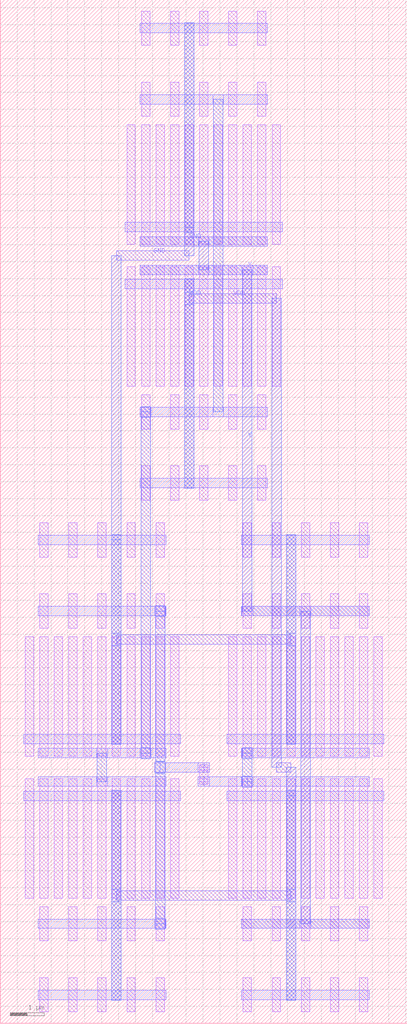
<source format=lef>
MACRO RINGOSC
  ORIGIN 0 0 ;
  FOREIGN RINGOSC 0 0 ;
  SIZE 12.04 BY 30.24 ;
  PIN GND
    DIRECTION INOUT ;
    USE SIGNAL ;
    PORT 
      LAYER M3 ;
        RECT 3.3 8.24 3.58 14.44 ;
      LAYER M3 ;
        RECT 8.46 8.24 8.74 14.44 ;
      LAYER M3 ;
        RECT 3.3 11.155 3.58 11.525 ;
      LAYER M2 ;
        RECT 3.44 11.2 8.6 11.48 ;
      LAYER M3 ;
        RECT 8.46 11.155 8.74 11.525 ;
      LAYER M3 ;
        RECT 5.45 23.36 5.73 29.56 ;
      LAYER M3 ;
        RECT 3.3 14.28 3.58 22.68 ;
      LAYER M2 ;
        RECT 3.44 22.54 5.59 22.82 ;
      LAYER M3 ;
        RECT 5.45 22.68 5.73 23.52 ;
    END
  END GND
  PIN VDD
    DIRECTION INOUT ;
    USE SIGNAL ;
    PORT 
      LAYER M3 ;
        RECT 3.3 0.68 3.58 6.88 ;
      LAYER M3 ;
        RECT 8.46 0.68 8.74 6.88 ;
      LAYER M3 ;
        RECT 3.3 3.595 3.58 3.965 ;
      LAYER M2 ;
        RECT 3.44 3.64 8.6 3.92 ;
      LAYER M3 ;
        RECT 8.46 3.595 8.74 3.965 ;
      LAYER M3 ;
        RECT 5.45 15.8 5.73 22 ;
      LAYER M3 ;
        RECT 8.46 6.72 8.74 7.56 ;
      LAYER M2 ;
        RECT 8.17 7.42 8.6 7.7 ;
      LAYER M3 ;
        RECT 8.03 7.56 8.31 21.42 ;
      LAYER M2 ;
        RECT 5.59 21.28 8.17 21.56 ;
      LAYER M3 ;
        RECT 5.45 21.235 5.73 21.605 ;
    END
  END VDD
  PIN Y
    DIRECTION INOUT ;
    USE SIGNAL ;
    PORT 
      LAYER M2 ;
        RECT 7.14 2.8 10.92 3.08 ;
      LAYER M2 ;
        RECT 7.14 12.04 10.92 12.32 ;
      LAYER M2 ;
        RECT 8.87 2.8 9.19 3.08 ;
      LAYER M3 ;
        RECT 8.89 2.94 9.17 12.18 ;
      LAYER M2 ;
        RECT 8.87 12.04 9.19 12.32 ;
      LAYER M2 ;
        RECT 4.13 22.12 7.91 22.4 ;
      LAYER M2 ;
        RECT 4.13 22.96 7.91 23.24 ;
      LAYER M2 ;
        RECT 5.86 22.12 6.18 22.4 ;
      LAYER M3 ;
        RECT 5.88 22.26 6.16 23.1 ;
      LAYER M2 ;
        RECT 5.86 22.96 6.18 23.24 ;
      LAYER M2 ;
        RECT 7.15 12.04 7.47 12.32 ;
      LAYER M3 ;
        RECT 7.17 12.18 7.45 22.26 ;
      LAYER M2 ;
        RECT 7.15 22.12 7.47 22.4 ;
    END
  END Y
  OBS 
  LAYER M2 ;
        RECT 1.12 7 4.9 7.28 ;
  LAYER M2 ;
        RECT 1.12 7.84 4.9 8.12 ;
  LAYER M2 ;
        RECT 2.85 7 3.17 7.28 ;
  LAYER M3 ;
        RECT 2.87 7.14 3.15 7.98 ;
  LAYER M2 ;
        RECT 2.85 7.84 3.17 8.12 ;
  LAYER M2 ;
        RECT 4.13 17.92 7.91 18.2 ;
  LAYER M2 ;
        RECT 4.13 27.16 7.91 27.44 ;
  LAYER M2 ;
        RECT 6.29 17.92 6.61 18.2 ;
  LAYER M3 ;
        RECT 6.31 18.06 6.59 27.3 ;
  LAYER M2 ;
        RECT 6.29 27.16 6.61 27.44 ;
  LAYER M2 ;
        RECT 4.14 7.84 4.46 8.12 ;
  LAYER M3 ;
        RECT 4.16 7.98 4.44 18.06 ;
  LAYER M2 ;
        RECT 4.14 17.92 4.46 18.2 ;
  LAYER M2 ;
        RECT 4.14 7.84 4.46 8.12 ;
  LAYER M3 ;
        RECT 4.16 7.82 4.44 8.14 ;
  LAYER M2 ;
        RECT 4.14 17.92 4.46 18.2 ;
  LAYER M3 ;
        RECT 4.16 17.9 4.44 18.22 ;
  LAYER M2 ;
        RECT 4.14 7.84 4.46 8.12 ;
  LAYER M3 ;
        RECT 4.16 7.82 4.44 8.14 ;
  LAYER M2 ;
        RECT 4.14 17.92 4.46 18.2 ;
  LAYER M3 ;
        RECT 4.16 17.9 4.44 18.22 ;
  LAYER M2 ;
        RECT 1.12 2.8 4.9 3.08 ;
  LAYER M2 ;
        RECT 1.12 12.04 4.9 12.32 ;
  LAYER M2 ;
        RECT 7.14 7 10.92 7.28 ;
  LAYER M2 ;
        RECT 7.14 7.84 10.92 8.12 ;
  LAYER M2 ;
        RECT 4.57 2.8 4.89 3.08 ;
  LAYER M3 ;
        RECT 4.59 2.94 4.87 12.18 ;
  LAYER M2 ;
        RECT 4.57 12.04 4.89 12.32 ;
  LAYER M3 ;
        RECT 4.59 7.375 4.87 7.745 ;
  LAYER M2 ;
        RECT 4.73 7.42 6.02 7.7 ;
  LAYER M1 ;
        RECT 5.895 7.14 6.145 7.56 ;
  LAYER M2 ;
        RECT 6.02 7 7.31 7.28 ;
  LAYER M2 ;
        RECT 7.15 7 7.47 7.28 ;
  LAYER M3 ;
        RECT 7.17 7.14 7.45 7.98 ;
  LAYER M2 ;
        RECT 7.15 7.84 7.47 8.12 ;
  LAYER M2 ;
        RECT 4.57 2.8 4.89 3.08 ;
  LAYER M3 ;
        RECT 4.59 2.78 4.87 3.1 ;
  LAYER M2 ;
        RECT 4.57 12.04 4.89 12.32 ;
  LAYER M3 ;
        RECT 4.59 12.02 4.87 12.34 ;
  LAYER M2 ;
        RECT 4.57 2.8 4.89 3.08 ;
  LAYER M3 ;
        RECT 4.59 2.78 4.87 3.1 ;
  LAYER M2 ;
        RECT 4.57 12.04 4.89 12.32 ;
  LAYER M3 ;
        RECT 4.59 12.02 4.87 12.34 ;
  LAYER M1 ;
        RECT 5.895 7.055 6.145 7.225 ;
  LAYER M2 ;
        RECT 5.85 7 6.19 7.28 ;
  LAYER M1 ;
        RECT 5.895 7.475 6.145 7.645 ;
  LAYER M2 ;
        RECT 5.85 7.42 6.19 7.7 ;
  LAYER M2 ;
        RECT 4.57 2.8 4.89 3.08 ;
  LAYER M3 ;
        RECT 4.59 2.78 4.87 3.1 ;
  LAYER M2 ;
        RECT 4.57 7.42 4.89 7.7 ;
  LAYER M3 ;
        RECT 4.59 7.4 4.87 7.72 ;
  LAYER M2 ;
        RECT 4.57 12.04 4.89 12.32 ;
  LAYER M3 ;
        RECT 4.59 12.02 4.87 12.34 ;
  LAYER M1 ;
        RECT 5.895 7.055 6.145 7.225 ;
  LAYER M2 ;
        RECT 5.85 7 6.19 7.28 ;
  LAYER M1 ;
        RECT 5.895 7.475 6.145 7.645 ;
  LAYER M2 ;
        RECT 5.85 7.42 6.19 7.7 ;
  LAYER M2 ;
        RECT 4.57 2.8 4.89 3.08 ;
  LAYER M3 ;
        RECT 4.59 2.78 4.87 3.1 ;
  LAYER M2 ;
        RECT 4.57 7.42 4.89 7.7 ;
  LAYER M3 ;
        RECT 4.59 7.4 4.87 7.72 ;
  LAYER M2 ;
        RECT 4.57 12.04 4.89 12.32 ;
  LAYER M3 ;
        RECT 4.59 12.02 4.87 12.34 ;
  LAYER M1 ;
        RECT 5.895 7.055 6.145 7.225 ;
  LAYER M2 ;
        RECT 5.85 7 6.19 7.28 ;
  LAYER M1 ;
        RECT 5.895 7.475 6.145 7.645 ;
  LAYER M2 ;
        RECT 5.85 7.42 6.19 7.7 ;
  LAYER M2 ;
        RECT 4.57 2.8 4.89 3.08 ;
  LAYER M3 ;
        RECT 4.59 2.78 4.87 3.1 ;
  LAYER M2 ;
        RECT 4.57 7.42 4.89 7.7 ;
  LAYER M3 ;
        RECT 4.59 7.4 4.87 7.72 ;
  LAYER M2 ;
        RECT 4.57 12.04 4.89 12.32 ;
  LAYER M3 ;
        RECT 4.59 12.02 4.87 12.34 ;
  LAYER M2 ;
        RECT 7.15 7 7.47 7.28 ;
  LAYER M3 ;
        RECT 7.17 6.98 7.45 7.3 ;
  LAYER M2 ;
        RECT 7.15 7.84 7.47 8.12 ;
  LAYER M3 ;
        RECT 7.17 7.82 7.45 8.14 ;
  LAYER M1 ;
        RECT 5.895 7.055 6.145 7.225 ;
  LAYER M2 ;
        RECT 5.85 7 6.19 7.28 ;
  LAYER M1 ;
        RECT 5.895 7.475 6.145 7.645 ;
  LAYER M2 ;
        RECT 5.85 7.42 6.19 7.7 ;
  LAYER M2 ;
        RECT 4.57 2.8 4.89 3.08 ;
  LAYER M3 ;
        RECT 4.59 2.78 4.87 3.1 ;
  LAYER M2 ;
        RECT 4.57 7.42 4.89 7.7 ;
  LAYER M3 ;
        RECT 4.59 7.4 4.87 7.72 ;
  LAYER M2 ;
        RECT 4.57 12.04 4.89 12.32 ;
  LAYER M3 ;
        RECT 4.59 12.02 4.87 12.34 ;
  LAYER M2 ;
        RECT 7.15 7 7.47 7.28 ;
  LAYER M3 ;
        RECT 7.17 6.98 7.45 7.3 ;
  LAYER M2 ;
        RECT 7.15 7.84 7.47 8.12 ;
  LAYER M3 ;
        RECT 7.17 7.82 7.45 8.14 ;
  LAYER M1 ;
        RECT 10.625 7.895 10.875 11.425 ;
  LAYER M1 ;
        RECT 10.625 11.675 10.875 12.685 ;
  LAYER M1 ;
        RECT 10.625 13.775 10.875 14.785 ;
  LAYER M1 ;
        RECT 11.055 7.895 11.305 11.425 ;
  LAYER M1 ;
        RECT 10.195 7.895 10.445 11.425 ;
  LAYER M1 ;
        RECT 9.765 7.895 10.015 11.425 ;
  LAYER M1 ;
        RECT 9.765 11.675 10.015 12.685 ;
  LAYER M1 ;
        RECT 9.765 13.775 10.015 14.785 ;
  LAYER M1 ;
        RECT 9.335 7.895 9.585 11.425 ;
  LAYER M1 ;
        RECT 8.905 7.895 9.155 11.425 ;
  LAYER M1 ;
        RECT 8.905 11.675 9.155 12.685 ;
  LAYER M1 ;
        RECT 8.905 13.775 9.155 14.785 ;
  LAYER M1 ;
        RECT 8.475 7.895 8.725 11.425 ;
  LAYER M1 ;
        RECT 8.045 7.895 8.295 11.425 ;
  LAYER M1 ;
        RECT 8.045 11.675 8.295 12.685 ;
  LAYER M1 ;
        RECT 8.045 13.775 8.295 14.785 ;
  LAYER M1 ;
        RECT 7.615 7.895 7.865 11.425 ;
  LAYER M1 ;
        RECT 7.185 7.895 7.435 11.425 ;
  LAYER M1 ;
        RECT 7.185 11.675 7.435 12.685 ;
  LAYER M1 ;
        RECT 7.185 13.775 7.435 14.785 ;
  LAYER M1 ;
        RECT 6.755 7.895 7.005 11.425 ;
  LAYER M2 ;
        RECT 6.71 8.26 11.35 8.54 ;
  LAYER M2 ;
        RECT 7.14 14.14 10.92 14.42 ;
  LAYER M2 ;
        RECT 7.14 7.84 10.92 8.12 ;
  LAYER M2 ;
        RECT 7.14 12.04 10.92 12.32 ;
  LAYER M3 ;
        RECT 8.46 8.24 8.74 14.44 ;
  LAYER M1 ;
        RECT 1.165 7.895 1.415 11.425 ;
  LAYER M1 ;
        RECT 1.165 11.675 1.415 12.685 ;
  LAYER M1 ;
        RECT 1.165 13.775 1.415 14.785 ;
  LAYER M1 ;
        RECT 0.735 7.895 0.985 11.425 ;
  LAYER M1 ;
        RECT 1.595 7.895 1.845 11.425 ;
  LAYER M1 ;
        RECT 2.025 7.895 2.275 11.425 ;
  LAYER M1 ;
        RECT 2.025 11.675 2.275 12.685 ;
  LAYER M1 ;
        RECT 2.025 13.775 2.275 14.785 ;
  LAYER M1 ;
        RECT 2.455 7.895 2.705 11.425 ;
  LAYER M1 ;
        RECT 2.885 7.895 3.135 11.425 ;
  LAYER M1 ;
        RECT 2.885 11.675 3.135 12.685 ;
  LAYER M1 ;
        RECT 2.885 13.775 3.135 14.785 ;
  LAYER M1 ;
        RECT 3.315 7.895 3.565 11.425 ;
  LAYER M1 ;
        RECT 3.745 7.895 3.995 11.425 ;
  LAYER M1 ;
        RECT 3.745 11.675 3.995 12.685 ;
  LAYER M1 ;
        RECT 3.745 13.775 3.995 14.785 ;
  LAYER M1 ;
        RECT 4.175 7.895 4.425 11.425 ;
  LAYER M1 ;
        RECT 4.605 7.895 4.855 11.425 ;
  LAYER M1 ;
        RECT 4.605 11.675 4.855 12.685 ;
  LAYER M1 ;
        RECT 4.605 13.775 4.855 14.785 ;
  LAYER M1 ;
        RECT 5.035 7.895 5.285 11.425 ;
  LAYER M2 ;
        RECT 0.69 8.26 5.33 8.54 ;
  LAYER M2 ;
        RECT 1.12 14.14 4.9 14.42 ;
  LAYER M2 ;
        RECT 1.12 7.84 4.9 8.12 ;
  LAYER M2 ;
        RECT 1.12 12.04 4.9 12.32 ;
  LAYER M3 ;
        RECT 3.3 8.24 3.58 14.44 ;
  LAYER M1 ;
        RECT 10.625 3.695 10.875 7.225 ;
  LAYER M1 ;
        RECT 10.625 2.435 10.875 3.445 ;
  LAYER M1 ;
        RECT 10.625 0.335 10.875 1.345 ;
  LAYER M1 ;
        RECT 11.055 3.695 11.305 7.225 ;
  LAYER M1 ;
        RECT 10.195 3.695 10.445 7.225 ;
  LAYER M1 ;
        RECT 9.765 3.695 10.015 7.225 ;
  LAYER M1 ;
        RECT 9.765 2.435 10.015 3.445 ;
  LAYER M1 ;
        RECT 9.765 0.335 10.015 1.345 ;
  LAYER M1 ;
        RECT 9.335 3.695 9.585 7.225 ;
  LAYER M1 ;
        RECT 8.905 3.695 9.155 7.225 ;
  LAYER M1 ;
        RECT 8.905 2.435 9.155 3.445 ;
  LAYER M1 ;
        RECT 8.905 0.335 9.155 1.345 ;
  LAYER M1 ;
        RECT 8.475 3.695 8.725 7.225 ;
  LAYER M1 ;
        RECT 8.045 3.695 8.295 7.225 ;
  LAYER M1 ;
        RECT 8.045 2.435 8.295 3.445 ;
  LAYER M1 ;
        RECT 8.045 0.335 8.295 1.345 ;
  LAYER M1 ;
        RECT 7.615 3.695 7.865 7.225 ;
  LAYER M1 ;
        RECT 7.185 3.695 7.435 7.225 ;
  LAYER M1 ;
        RECT 7.185 2.435 7.435 3.445 ;
  LAYER M1 ;
        RECT 7.185 0.335 7.435 1.345 ;
  LAYER M1 ;
        RECT 6.755 3.695 7.005 7.225 ;
  LAYER M2 ;
        RECT 6.71 6.58 11.35 6.86 ;
  LAYER M2 ;
        RECT 7.14 0.7 10.92 0.98 ;
  LAYER M2 ;
        RECT 7.14 7 10.92 7.28 ;
  LAYER M2 ;
        RECT 7.14 2.8 10.92 3.08 ;
  LAYER M3 ;
        RECT 8.46 0.68 8.74 6.88 ;
  LAYER M1 ;
        RECT 1.165 3.695 1.415 7.225 ;
  LAYER M1 ;
        RECT 1.165 2.435 1.415 3.445 ;
  LAYER M1 ;
        RECT 1.165 0.335 1.415 1.345 ;
  LAYER M1 ;
        RECT 0.735 3.695 0.985 7.225 ;
  LAYER M1 ;
        RECT 1.595 3.695 1.845 7.225 ;
  LAYER M1 ;
        RECT 2.025 3.695 2.275 7.225 ;
  LAYER M1 ;
        RECT 2.025 2.435 2.275 3.445 ;
  LAYER M1 ;
        RECT 2.025 0.335 2.275 1.345 ;
  LAYER M1 ;
        RECT 2.455 3.695 2.705 7.225 ;
  LAYER M1 ;
        RECT 2.885 3.695 3.135 7.225 ;
  LAYER M1 ;
        RECT 2.885 2.435 3.135 3.445 ;
  LAYER M1 ;
        RECT 2.885 0.335 3.135 1.345 ;
  LAYER M1 ;
        RECT 3.315 3.695 3.565 7.225 ;
  LAYER M1 ;
        RECT 3.745 3.695 3.995 7.225 ;
  LAYER M1 ;
        RECT 3.745 2.435 3.995 3.445 ;
  LAYER M1 ;
        RECT 3.745 0.335 3.995 1.345 ;
  LAYER M1 ;
        RECT 4.175 3.695 4.425 7.225 ;
  LAYER M1 ;
        RECT 4.605 3.695 4.855 7.225 ;
  LAYER M1 ;
        RECT 4.605 2.435 4.855 3.445 ;
  LAYER M1 ;
        RECT 4.605 0.335 4.855 1.345 ;
  LAYER M1 ;
        RECT 5.035 3.695 5.285 7.225 ;
  LAYER M2 ;
        RECT 0.69 6.58 5.33 6.86 ;
  LAYER M2 ;
        RECT 1.12 0.7 4.9 0.98 ;
  LAYER M2 ;
        RECT 1.12 7 4.9 7.28 ;
  LAYER M2 ;
        RECT 1.12 2.8 4.9 3.08 ;
  LAYER M3 ;
        RECT 3.3 0.68 3.58 6.88 ;
  LAYER M1 ;
        RECT 7.615 23.015 7.865 26.545 ;
  LAYER M1 ;
        RECT 7.615 26.795 7.865 27.805 ;
  LAYER M1 ;
        RECT 7.615 28.895 7.865 29.905 ;
  LAYER M1 ;
        RECT 8.045 23.015 8.295 26.545 ;
  LAYER M1 ;
        RECT 7.185 23.015 7.435 26.545 ;
  LAYER M1 ;
        RECT 6.755 23.015 7.005 26.545 ;
  LAYER M1 ;
        RECT 6.755 26.795 7.005 27.805 ;
  LAYER M1 ;
        RECT 6.755 28.895 7.005 29.905 ;
  LAYER M1 ;
        RECT 6.325 23.015 6.575 26.545 ;
  LAYER M1 ;
        RECT 5.895 23.015 6.145 26.545 ;
  LAYER M1 ;
        RECT 5.895 26.795 6.145 27.805 ;
  LAYER M1 ;
        RECT 5.895 28.895 6.145 29.905 ;
  LAYER M1 ;
        RECT 5.465 23.015 5.715 26.545 ;
  LAYER M1 ;
        RECT 5.035 23.015 5.285 26.545 ;
  LAYER M1 ;
        RECT 5.035 26.795 5.285 27.805 ;
  LAYER M1 ;
        RECT 5.035 28.895 5.285 29.905 ;
  LAYER M1 ;
        RECT 4.605 23.015 4.855 26.545 ;
  LAYER M1 ;
        RECT 4.175 23.015 4.425 26.545 ;
  LAYER M1 ;
        RECT 4.175 26.795 4.425 27.805 ;
  LAYER M1 ;
        RECT 4.175 28.895 4.425 29.905 ;
  LAYER M1 ;
        RECT 3.745 23.015 3.995 26.545 ;
  LAYER M2 ;
        RECT 3.7 23.38 8.34 23.66 ;
  LAYER M2 ;
        RECT 4.13 29.26 7.91 29.54 ;
  LAYER M2 ;
        RECT 4.13 22.96 7.91 23.24 ;
  LAYER M2 ;
        RECT 4.13 27.16 7.91 27.44 ;
  LAYER M3 ;
        RECT 5.45 23.36 5.73 29.56 ;
  LAYER M1 ;
        RECT 7.615 18.815 7.865 22.345 ;
  LAYER M1 ;
        RECT 7.615 17.555 7.865 18.565 ;
  LAYER M1 ;
        RECT 7.615 15.455 7.865 16.465 ;
  LAYER M1 ;
        RECT 8.045 18.815 8.295 22.345 ;
  LAYER M1 ;
        RECT 7.185 18.815 7.435 22.345 ;
  LAYER M1 ;
        RECT 6.755 18.815 7.005 22.345 ;
  LAYER M1 ;
        RECT 6.755 17.555 7.005 18.565 ;
  LAYER M1 ;
        RECT 6.755 15.455 7.005 16.465 ;
  LAYER M1 ;
        RECT 6.325 18.815 6.575 22.345 ;
  LAYER M1 ;
        RECT 5.895 18.815 6.145 22.345 ;
  LAYER M1 ;
        RECT 5.895 17.555 6.145 18.565 ;
  LAYER M1 ;
        RECT 5.895 15.455 6.145 16.465 ;
  LAYER M1 ;
        RECT 5.465 18.815 5.715 22.345 ;
  LAYER M1 ;
        RECT 5.035 18.815 5.285 22.345 ;
  LAYER M1 ;
        RECT 5.035 17.555 5.285 18.565 ;
  LAYER M1 ;
        RECT 5.035 15.455 5.285 16.465 ;
  LAYER M1 ;
        RECT 4.605 18.815 4.855 22.345 ;
  LAYER M1 ;
        RECT 4.175 18.815 4.425 22.345 ;
  LAYER M1 ;
        RECT 4.175 17.555 4.425 18.565 ;
  LAYER M1 ;
        RECT 4.175 15.455 4.425 16.465 ;
  LAYER M1 ;
        RECT 3.745 18.815 3.995 22.345 ;
  LAYER M2 ;
        RECT 3.7 21.7 8.34 21.98 ;
  LAYER M2 ;
        RECT 4.13 15.82 7.91 16.1 ;
  LAYER M2 ;
        RECT 4.13 22.12 7.91 22.4 ;
  LAYER M2 ;
        RECT 4.13 17.92 7.91 18.2 ;
  LAYER M3 ;
        RECT 5.45 15.8 5.73 22 ;
  END 
END RINGOSC

</source>
